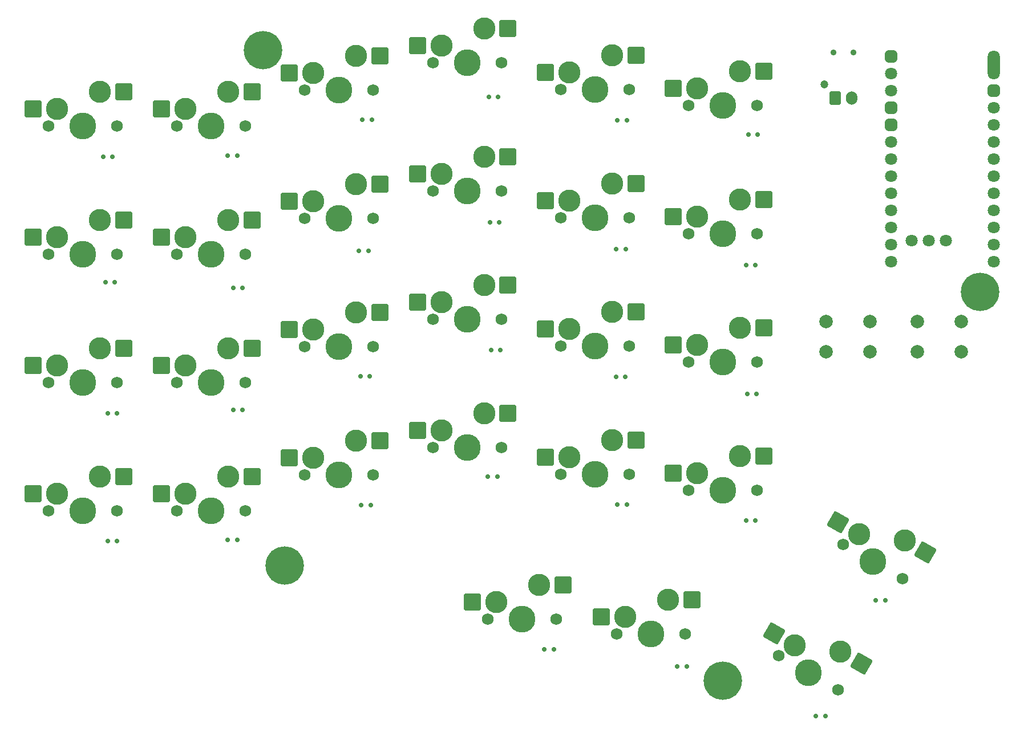
<source format=gbr>
%TF.GenerationSoftware,KiCad,Pcbnew,8.0.8*%
%TF.CreationDate,2025-02-12T11:53:10+01:00*%
%TF.ProjectId,PCB_g,5043425f-672e-46b6-9963-61645f706362,rev?*%
%TF.SameCoordinates,Original*%
%TF.FileFunction,Soldermask,Bot*%
%TF.FilePolarity,Negative*%
%FSLAX46Y46*%
G04 Gerber Fmt 4.6, Leading zero omitted, Abs format (unit mm)*
G04 Created by KiCad (PCBNEW 8.0.8) date 2025-02-12 11:53:10*
%MOMM*%
%LPD*%
G01*
G04 APERTURE LIST*
G04 Aperture macros list*
%AMRoundRect*
0 Rectangle with rounded corners*
0 $1 Rounding radius*
0 $2 $3 $4 $5 $6 $7 $8 $9 X,Y pos of 4 corners*
0 Add a 4 corners polygon primitive as box body*
4,1,4,$2,$3,$4,$5,$6,$7,$8,$9,$2,$3,0*
0 Add four circle primitives for the rounded corners*
1,1,$1+$1,$2,$3*
1,1,$1+$1,$4,$5*
1,1,$1+$1,$6,$7*
1,1,$1+$1,$8,$9*
0 Add four rect primitives between the rounded corners*
20,1,$1+$1,$2,$3,$4,$5,0*
20,1,$1+$1,$4,$5,$6,$7,0*
20,1,$1+$1,$6,$7,$8,$9,0*
20,1,$1+$1,$8,$9,$2,$3,0*%
G04 Aperture macros list end*
%ADD10C,1.800000*%
%ADD11RoundRect,0.450000X-0.450000X-0.450000X0.450000X-0.450000X0.450000X0.450000X-0.450000X0.450000X0*%
%ADD12O,1.800000X4.340000*%
%ADD13C,2.000000*%
%ADD14C,0.900000*%
%ADD15C,1.200000*%
%ADD16RoundRect,0.250000X-0.600000X-0.750000X0.600000X-0.750000X0.600000X0.750000X-0.600000X0.750000X0*%
%ADD17O,1.700000X2.000000*%
%ADD18C,5.700000*%
%ADD19RoundRect,0.150000X0.150000X0.200000X-0.150000X0.200000X-0.150000X-0.200000X0.150000X-0.200000X0*%
%ADD20C,1.750000*%
%ADD21C,3.987800*%
%ADD22C,3.300000*%
%ADD23RoundRect,0.250000X1.025000X1.000000X-1.025000X1.000000X-1.025000X-1.000000X1.025000X-1.000000X0*%
%ADD24RoundRect,0.150000X-0.150000X-0.200000X0.150000X-0.200000X0.150000X0.200000X-0.150000X0.200000X0*%
%ADD25RoundRect,0.250000X1.387676X0.353525X-0.387676X1.378525X-1.387676X-0.353525X0.387676X-1.378525X0*%
G04 APERTURE END LIST*
D10*
%TO.C,U1*%
X200710800Y-45974000D03*
X200710800Y-48514000D03*
D11*
X200710800Y-51054000D03*
X200710800Y-53594000D03*
D10*
X200710800Y-56134000D03*
X200710800Y-58674000D03*
X200710800Y-61214000D03*
X200710800Y-63754000D03*
X200710800Y-66294000D03*
X200710800Y-68834000D03*
X200710800Y-71374000D03*
X200710800Y-73914000D03*
D12*
X215950800Y-44704000D03*
D11*
X215950800Y-48514000D03*
D10*
X215950800Y-51054000D03*
X215950800Y-53594000D03*
X215950800Y-56134000D03*
X215950800Y-58674000D03*
X215950800Y-61214000D03*
X215950800Y-63754000D03*
X215950800Y-66294000D03*
X215950800Y-68834000D03*
X215950800Y-71374000D03*
X215950800Y-73914000D03*
X203784200Y-70820280D03*
X206324200Y-70820280D03*
X208864200Y-70820280D03*
D11*
X200710800Y-43434000D03*
D10*
X215950800Y-43434000D03*
%TD*%
D13*
%TO.C,SW27*%
X204624200Y-82807000D03*
X211124200Y-82807000D03*
X204624200Y-87307000D03*
X211124200Y-87307000D03*
%TD*%
%TO.C,SW2*%
X191131300Y-82807000D03*
X197631300Y-82807000D03*
X191131300Y-87307000D03*
X197631300Y-87307000D03*
%TD*%
D14*
%TO.C,SW1*%
X195162800Y-42859800D03*
X192162800Y-42859800D03*
%TD*%
D15*
%TO.C,J1*%
X190840750Y-47606250D03*
D16*
X192440750Y-49606250D03*
D17*
X194940750Y-49606250D03*
%TD*%
D18*
%TO.C,H4*%
X107546350Y-42462950D03*
%TD*%
%TO.C,H3*%
X110721150Y-119055000D03*
%TD*%
%TO.C,H2*%
X175804550Y-136119550D03*
%TD*%
%TO.C,H1*%
X213969600Y-78435200D03*
%TD*%
D19*
%TO.C,D34*%
X198500000Y-124200000D03*
X199900000Y-124200000D03*
%TD*%
D20*
%TO.C,SW24*%
X180880176Y-69750000D03*
D21*
X175800176Y-69750000D03*
D20*
X170720176Y-69750000D03*
D22*
X171990176Y-67210000D03*
D23*
X168440176Y-67210000D03*
X181890176Y-64670000D03*
D22*
X178340176Y-64670000D03*
%TD*%
D24*
%TO.C,D10*%
X142442528Y-49456000D03*
X141042528Y-49456000D03*
%TD*%
D20*
%TO.C,SW12*%
X123880000Y-67450000D03*
D21*
X118800000Y-67450000D03*
D20*
X113720000Y-67450000D03*
D22*
X114990000Y-64910000D03*
D23*
X111440000Y-64910000D03*
X124890000Y-62370000D03*
D22*
X121340000Y-62370000D03*
%TD*%
D20*
%TO.C,SW35*%
X202399409Y-121000000D03*
D21*
X198000000Y-118460000D03*
D20*
X193600591Y-115920000D03*
D22*
X195970444Y-114355295D03*
D25*
X192896053Y-112580295D03*
X205814095Y-117105591D03*
D22*
X202739705Y-115330591D03*
%TD*%
D20*
%TO.C,SW8*%
X104880000Y-110950000D03*
D21*
X99800000Y-110950000D03*
D20*
X94720000Y-110950000D03*
D22*
X95990000Y-108410000D03*
D23*
X92440000Y-108410000D03*
X105890000Y-105870000D03*
D22*
X102340000Y-105870000D03*
%TD*%
D20*
%TO.C,SW13*%
X123880000Y-86500000D03*
D21*
X118800000Y-86500000D03*
D20*
X113720000Y-86500000D03*
D22*
X114990000Y-83960000D03*
D23*
X111440000Y-83960000D03*
X124890000Y-81420000D03*
D22*
X121340000Y-81420000D03*
%TD*%
D20*
%TO.C,SW16*%
X142880000Y-63400000D03*
D21*
X137800000Y-63400000D03*
D20*
X132720000Y-63400000D03*
D22*
X133990000Y-60860000D03*
D23*
X130440000Y-60860000D03*
X143890000Y-58320000D03*
D22*
X140340000Y-58320000D03*
%TD*%
D20*
%TO.C,SW25*%
X180880000Y-88800000D03*
D21*
X175800000Y-88800000D03*
D20*
X170720000Y-88800000D03*
D22*
X171990000Y-86260000D03*
D23*
X168440000Y-86260000D03*
X181890000Y-83720000D03*
D22*
X178340000Y-83720000D03*
%TD*%
D24*
%TO.C,D19*%
X161367352Y-72067000D03*
X159967352Y-72067000D03*
%TD*%
%TO.C,D24*%
X180792528Y-93554000D03*
X179392528Y-93554000D03*
%TD*%
%TO.C,D23*%
X180617528Y-74454000D03*
X179217528Y-74454000D03*
%TD*%
%TO.C,D11*%
X142617528Y-68081000D03*
X141217528Y-68081000D03*
%TD*%
D20*
%TO.C,SW26*%
X180880176Y-107850000D03*
D21*
X175800176Y-107850000D03*
D20*
X170720176Y-107850000D03*
D22*
X171990176Y-105310000D03*
D23*
X168440176Y-105310000D03*
X181890176Y-102770000D03*
D22*
X178340176Y-102770000D03*
%TD*%
D20*
%TO.C,SW21*%
X161880000Y-86450000D03*
D21*
X156800000Y-86450000D03*
D20*
X151720000Y-86450000D03*
D22*
X152990000Y-83910000D03*
D23*
X149440000Y-83910000D03*
X162890000Y-81370000D03*
D22*
X159340000Y-81370000D03*
%TD*%
D20*
%TO.C,SW37*%
X170160000Y-129200000D03*
D21*
X165080000Y-129200000D03*
D20*
X160000000Y-129200000D03*
D22*
X161270000Y-126660000D03*
D23*
X157720000Y-126660000D03*
X171170000Y-124120000D03*
D22*
X167620000Y-124120000D03*
%TD*%
D24*
%TO.C,D36*%
X170400000Y-134000000D03*
X169000000Y-134000000D03*
%TD*%
D20*
%TO.C,SW7*%
X85830176Y-72850000D03*
D21*
X80750176Y-72850000D03*
D20*
X75670176Y-72850000D03*
D22*
X76940176Y-70310000D03*
D23*
X73390176Y-70310000D03*
X86840176Y-67770000D03*
D22*
X83290176Y-67770000D03*
%TD*%
D20*
%TO.C,SW20*%
X161879824Y-67400000D03*
D21*
X156799824Y-67400000D03*
D20*
X151719824Y-67400000D03*
D22*
X152989824Y-64860000D03*
D23*
X149439824Y-64860000D03*
X162889824Y-62320000D03*
D22*
X159339824Y-62320000D03*
%TD*%
D24*
%TO.C,D12*%
X142767528Y-87056000D03*
X141367528Y-87056000D03*
%TD*%
D20*
%TO.C,SW38*%
X151080000Y-127000000D03*
D21*
X146000000Y-127000000D03*
D20*
X140920000Y-127000000D03*
D22*
X142190000Y-124460000D03*
D23*
X138640000Y-124460000D03*
X152090000Y-121920000D03*
D22*
X148540000Y-121920000D03*
%TD*%
D24*
%TO.C,D20*%
X161317352Y-91042000D03*
X159917352Y-91042000D03*
%TD*%
%TO.C,D8*%
X123367352Y-90917000D03*
X121967352Y-90917000D03*
%TD*%
D20*
%TO.C,SW19*%
X161879824Y-48350000D03*
D21*
X156799824Y-48350000D03*
D20*
X151719824Y-48350000D03*
D22*
X152989824Y-45810000D03*
D23*
X149439824Y-45810000D03*
X162889824Y-43270000D03*
D22*
X159339824Y-43270000D03*
%TD*%
D20*
%TO.C,SW17*%
X142880000Y-82450000D03*
D21*
X137800000Y-82450000D03*
D20*
X132720000Y-82450000D03*
D22*
X133990000Y-79910000D03*
D23*
X130440000Y-79910000D03*
X143890000Y-77370000D03*
D22*
X140340000Y-77370000D03*
%TD*%
D24*
%TO.C,D25*%
X180617528Y-112354000D03*
X179217528Y-112354000D03*
%TD*%
%TO.C,D5*%
X85867528Y-115379000D03*
X84467528Y-115379000D03*
%TD*%
%TO.C,D2*%
X104517528Y-95929000D03*
X103117528Y-95929000D03*
%TD*%
%TO.C,D13*%
X103692528Y-58154000D03*
X102292528Y-58154000D03*
%TD*%
%TO.C,D21*%
X161542352Y-109992000D03*
X160142352Y-109992000D03*
%TD*%
D20*
%TO.C,SW36*%
X192899409Y-137500000D03*
D21*
X188500000Y-134960000D03*
D20*
X184100591Y-132420000D03*
D22*
X186470444Y-130855295D03*
D25*
X183396053Y-129080295D03*
X196314095Y-133605591D03*
D22*
X193239705Y-131830591D03*
%TD*%
D20*
%TO.C,SW9*%
X85830176Y-91900000D03*
D21*
X80750176Y-91900000D03*
D20*
X75670176Y-91900000D03*
D22*
X76940176Y-89360000D03*
D23*
X73390176Y-89360000D03*
X86840176Y-86820000D03*
D22*
X83290176Y-86820000D03*
%TD*%
D24*
%TO.C,D3*%
X103692528Y-115204000D03*
X102292528Y-115204000D03*
%TD*%
%TO.C,D17*%
X142292528Y-105856000D03*
X140892528Y-105856000D03*
%TD*%
%TO.C,D14*%
X104517528Y-77779000D03*
X103117528Y-77779000D03*
%TD*%
D20*
%TO.C,SW22*%
X161880000Y-105500000D03*
D21*
X156800000Y-105500000D03*
D20*
X151720000Y-105500000D03*
D22*
X152990000Y-102960000D03*
D23*
X149440000Y-102960000D03*
X162890000Y-100420000D03*
D22*
X159340000Y-100420000D03*
%TD*%
D24*
%TO.C,D4*%
X85867528Y-96404000D03*
X84467528Y-96404000D03*
%TD*%
D20*
%TO.C,SW6*%
X85830176Y-53800000D03*
D21*
X80750176Y-53800000D03*
D20*
X75670176Y-53800000D03*
D22*
X76940176Y-51260000D03*
D23*
X73390176Y-51260000D03*
X86840176Y-48720000D03*
D22*
X83290176Y-48720000D03*
%TD*%
D20*
%TO.C,SW18*%
X142880176Y-101500000D03*
D21*
X137800176Y-101500000D03*
D20*
X132720176Y-101500000D03*
D22*
X133990176Y-98960000D03*
D23*
X130440176Y-98960000D03*
X143890176Y-96420000D03*
D22*
X140340176Y-96420000D03*
%TD*%
D24*
%TO.C,D7*%
X123192352Y-72292000D03*
X121792352Y-72292000D03*
%TD*%
%TO.C,D6*%
X123692352Y-52842000D03*
X122292352Y-52842000D03*
%TD*%
D20*
%TO.C,SW3*%
X104880176Y-91900000D03*
D21*
X99800176Y-91900000D03*
D20*
X94720176Y-91900000D03*
D22*
X95990176Y-89360000D03*
D23*
X92440176Y-89360000D03*
X105890176Y-86820000D03*
D22*
X102340176Y-86820000D03*
%TD*%
D20*
%TO.C,SW10*%
X85830000Y-110950000D03*
D21*
X80750000Y-110950000D03*
D20*
X75670000Y-110950000D03*
D22*
X76940000Y-108410000D03*
D23*
X73390000Y-108410000D03*
X86840000Y-105870000D03*
D22*
X83290000Y-105870000D03*
%TD*%
D24*
%TO.C,D37*%
X150705000Y-131500000D03*
X149305000Y-131500000D03*
%TD*%
D20*
%TO.C,SW14*%
X123879824Y-105550000D03*
D21*
X118799824Y-105550000D03*
D20*
X113719824Y-105550000D03*
D22*
X114989824Y-103010000D03*
D23*
X111439824Y-103010000D03*
X124889824Y-100470000D03*
D22*
X121339824Y-100470000D03*
%TD*%
D20*
%TO.C,SW4*%
X104880000Y-53800000D03*
D21*
X99800000Y-53800000D03*
D20*
X94720000Y-53800000D03*
D22*
X95990000Y-51260000D03*
D23*
X92440000Y-51260000D03*
X105890000Y-48720000D03*
D22*
X102340000Y-48720000D03*
%TD*%
D20*
%TO.C,SW23*%
X180880176Y-50700000D03*
D21*
X175800176Y-50700000D03*
D20*
X170720176Y-50700000D03*
D22*
X171990176Y-48160000D03*
D23*
X168440176Y-48160000D03*
X181890176Y-45620000D03*
D22*
X178340176Y-45620000D03*
%TD*%
D24*
%TO.C,D9*%
X123517352Y-110042000D03*
X122117352Y-110042000D03*
%TD*%
%TO.C,D18*%
X161542352Y-52942000D03*
X160142352Y-52942000D03*
%TD*%
D20*
%TO.C,SW5*%
X104880000Y-72850000D03*
D21*
X99800000Y-72850000D03*
D20*
X94720000Y-72850000D03*
D22*
X95990000Y-70310000D03*
D23*
X92440000Y-70310000D03*
X105890000Y-67770000D03*
D22*
X102340000Y-67770000D03*
%TD*%
D24*
%TO.C,D15*%
X85217528Y-58329000D03*
X83817528Y-58329000D03*
%TD*%
%TO.C,D16*%
X85542528Y-76954000D03*
X84142528Y-76954000D03*
%TD*%
%TO.C,D22*%
X180942528Y-55004000D03*
X179542528Y-55004000D03*
%TD*%
D19*
%TO.C,D35*%
X189600000Y-141400000D03*
X191000000Y-141400000D03*
%TD*%
D20*
%TO.C,SW15*%
X142880176Y-44350000D03*
D21*
X137800176Y-44350000D03*
D20*
X132720176Y-44350000D03*
D22*
X133990176Y-41810000D03*
D23*
X130440176Y-41810000D03*
X143890176Y-39270000D03*
D22*
X140340176Y-39270000D03*
%TD*%
D20*
%TO.C,SW11*%
X123880000Y-48400000D03*
D21*
X118800000Y-48400000D03*
D20*
X113720000Y-48400000D03*
D22*
X114990000Y-45860000D03*
D23*
X111440000Y-45860000D03*
X124890000Y-43320000D03*
D22*
X121340000Y-43320000D03*
%TD*%
M02*

</source>
